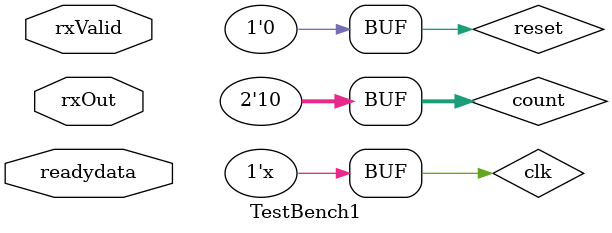
<source format=v>
`timescale 10ns/1ns
module TestBench1(readydata,rxValid,rxOut);
input readydata, rxValid;
input [31:0]rxOut;
reg startTx, write, reset, clk;
reg [7:0]data;
reg [3:0]addin;
reg [2:0]nextState;
reg [1:0]count;
reg signed [7:0]txdata;		//change the dimension based on size [size-1:0]txdata
reg signed [7:0]temp[1:0];	//change the dimension based on size and burst [size-1:0]temp[burst-1:0]
reg [5:0] i,j;
reg [7:0]burst;


topModule topModule(.rxValid(rxValid), .rxOut(rxOut), .readydata(readydata), .txdata(txdata), .startTx(startTx), .data(data), .write(write),.addin(addin),.reset(reset),.clk(clk));

always #10 clk = ~clk;
	
initial begin
reset <= 0;
clk <= 1;
nextState <= 3'd0;
count<=2'd2;
i<=6'd0;
j<=6'd0;

/*Add more indices for higher burst values	
temp[0]<=$random;
....
temp[burst-1]<=$random;
*/

temp[0]<=$random;		//based on burst
temp[1]<=$random;		//based on burst
//temp[2]<=$random;		//based on burst
//temp[3]<=$random;		//based on burst


end

always @(posedge clk)
begin
		
	if(readydata)
	begin	
		txdata <= temp[i];
		i<=i+1;
	end
	
	if (rxValid && (temp[j]==rxOut[7:0])) // change the dimensions of rxOut based on size
	begin
		$display("ok");
		j<=j+1;
	end		
end


always@(posedge clk)
begin
case(nextState)
3'd0:
	begin
		
		
			write <= 1;	    
			data <= 8'd8;  			//Size in bits
			addin <= 4'd01;
			nextState <= 3'd1;
	end
		
3'd1:
	begin
			data <= 8'd4;  			//burst's value
			addin <= 4'd02;	
			nextState <= 3'd2;
			burst <=8'd2;

	end

3'd2:
	begin
			write<=0;	
			nextState <= 3'd5;
			startTx<=1;

	end
3'd5:
	begin
			startTx<=0;
	end


endcase
end
endmodule

</source>
